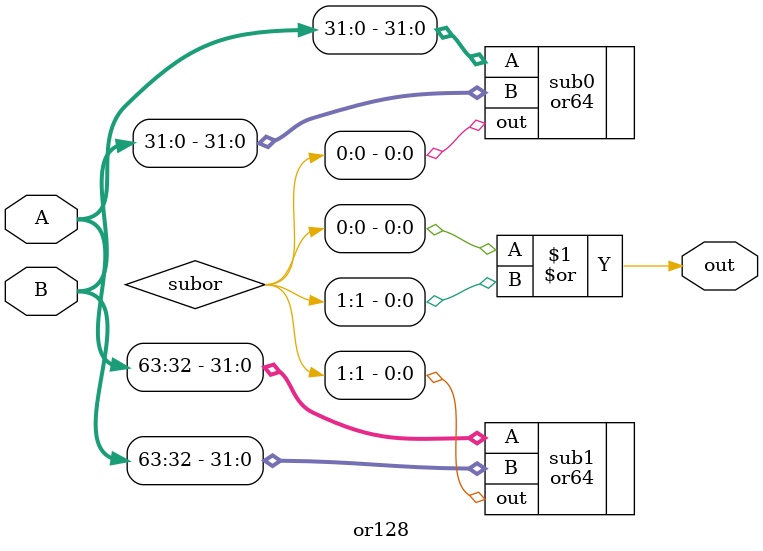
<source format=v>
module or128 (A, B, out);
    
    input [63:0] A;
    input [63:0] B;
    
    output out;
    
    wire [1:0] subor;
    
    or64 sub0 (.A(A[31:0]), .B(B[31:0]), .out(subor[0]));
    or64 sub1 (.A(A[63:32]), .B(B[63:32]), .out(subor[1]));
    
    assign out = subor[0] | subor[1];
    
endmodule

</source>
